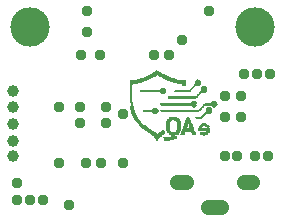
<source format=gbr>
G04 EAGLE Gerber RS-274X export*
G75*
%MOMM*%
%FSLAX34Y34*%
%LPD*%
%INSoldermask Bottom*%
%IPPOS*%
%AMOC8*
5,1,8,0,0,1.08239X$1,22.5*%
G01*
G04 Define Apertures*
%ADD10C,3.327400*%
%ADD11R,0.018700X0.018738*%
%ADD12R,0.112500X0.018763*%
%ADD13R,0.037500X0.018763*%
%ADD14R,0.412500X0.018750*%
%ADD15R,0.056300X0.018750*%
%ADD16R,0.506300X0.018738*%
%ADD17R,0.093700X0.018738*%
%ADD18R,0.581300X0.018763*%
%ADD19R,0.656300X0.018738*%
%ADD20R,0.131300X0.018738*%
%ADD21R,0.731300X0.018763*%
%ADD22R,0.168700X0.018763*%
%ADD23R,0.806300X0.018750*%
%ADD24R,0.168700X0.018750*%
%ADD25R,0.037500X0.018738*%
%ADD26R,0.918800X0.018738*%
%ADD27R,0.206300X0.018738*%
%ADD28R,1.068800X0.018763*%
%ADD29R,0.243700X0.018763*%
%ADD30R,1.068800X0.018738*%
%ADD31R,0.243700X0.018738*%
%ADD32R,0.281300X0.018763*%
%ADD33R,1.068800X0.018750*%
%ADD34R,0.300000X0.018750*%
%ADD35R,0.318700X0.018738*%
%ADD36R,0.356300X0.018763*%
%ADD37R,0.693800X0.018738*%
%ADD38R,0.393700X0.018738*%
%ADD39R,0.618800X0.018763*%
%ADD40R,0.431300X0.018763*%
%ADD41R,0.525000X0.018750*%
%ADD42R,0.468700X0.018750*%
%ADD43R,0.468800X0.018738*%
%ADD44R,0.468700X0.018738*%
%ADD45R,0.375000X0.018763*%
%ADD46R,0.506300X0.018763*%
%ADD47R,0.300000X0.018738*%
%ADD48R,0.543700X0.018738*%
%ADD49R,0.150000X0.018763*%
%ADD50R,0.600000X0.018763*%
%ADD51R,0.656300X0.018750*%
%ADD52R,0.693700X0.018738*%
%ADD53R,0.168800X0.018763*%
%ADD54R,0.150000X0.018738*%
%ADD55R,0.337500X0.018738*%
%ADD56R,0.768700X0.018738*%
%ADD57R,0.318700X0.018763*%
%ADD58R,0.300000X0.018763*%
%ADD59R,0.487500X0.018763*%
%ADD60R,0.825000X0.018763*%
%ADD61R,0.431300X0.018750*%
%ADD62R,0.562500X0.018750*%
%ADD63R,0.881300X0.018750*%
%ADD64R,0.281200X0.018738*%
%ADD65R,0.637500X0.018738*%
%ADD66R,0.450000X0.018738*%
%ADD67R,0.281200X0.018763*%
%ADD68R,0.693800X0.018763*%
%ADD69R,0.468700X0.018763*%
%ADD70R,0.768800X0.018738*%
%ADD71R,0.487500X0.018738*%
%ADD72R,0.675000X0.018763*%
%ADD73R,0.806200X0.018763*%
%ADD74R,0.731300X0.018750*%
%ADD75R,0.281300X0.018750*%
%ADD76R,0.281200X0.018750*%
%ADD77R,0.843800X0.018750*%
%ADD78R,0.506300X0.018750*%
%ADD79R,0.487500X0.018750*%
%ADD80R,0.750000X0.018738*%
%ADD81R,0.881200X0.018738*%
%ADD82R,0.731200X0.018763*%
%ADD83R,0.918800X0.018763*%
%ADD84R,0.506200X0.018763*%
%ADD85R,0.731300X0.018738*%
%ADD86R,0.956200X0.018738*%
%ADD87R,0.337500X0.018763*%
%ADD88R,0.975000X0.018763*%
%ADD89R,0.450000X0.018763*%
%ADD90R,0.525000X0.018763*%
%ADD91R,0.318800X0.018750*%
%ADD92R,0.112500X0.018750*%
%ADD93R,1.012500X0.018750*%
%ADD94R,0.393700X0.018750*%
%ADD95R,0.281300X0.018738*%
%ADD96R,0.075000X0.018738*%
%ADD97R,0.431200X0.018738*%
%ADD98R,0.375000X0.018738*%
%ADD99R,0.525000X0.018738*%
%ADD100R,0.018700X0.018763*%
%ADD101R,0.393700X0.018763*%
%ADD102R,0.393800X0.018763*%
%ADD103R,0.356200X0.018763*%
%ADD104R,0.262500X0.018738*%
%ADD105R,0.356300X0.018738*%
%ADD106R,0.543800X0.018738*%
%ADD107R,0.262500X0.018763*%
%ADD108R,0.543800X0.018763*%
%ADD109R,0.243800X0.018750*%
%ADD110R,0.356200X0.018750*%
%ADD111R,0.337500X0.018750*%
%ADD112R,0.225000X0.018750*%
%ADD113R,0.543700X0.018750*%
%ADD114R,0.206200X0.018738*%
%ADD115R,1.031200X0.018763*%
%ADD116R,0.318800X0.018763*%
%ADD117R,1.031200X0.018738*%
%ADD118R,0.318800X0.018738*%
%ADD119R,0.131200X0.018738*%
%ADD120R,0.225000X0.018763*%
%ADD121R,0.093800X0.018763*%
%ADD122R,0.993800X0.018750*%
%ADD123R,0.318700X0.018750*%
%ADD124R,0.956300X0.018738*%
%ADD125R,0.993800X0.018738*%
%ADD126R,0.018800X0.018738*%
%ADD127R,0.956300X0.018763*%
%ADD128R,0.956200X0.018763*%
%ADD129R,0.956300X0.018750*%
%ADD130R,0.937500X0.018750*%
%ADD131R,0.918800X0.018750*%
%ADD132R,0.506200X0.018750*%
%ADD133R,0.937500X0.018738*%
%ADD134R,0.900000X0.018738*%
%ADD135R,0.243700X0.018750*%
%ADD136R,0.262500X0.018750*%
%ADD137R,0.468800X0.018750*%
%ADD138R,0.225000X0.018738*%
%ADD139R,0.243800X0.018763*%
%ADD140R,0.450000X0.018750*%
%ADD141R,0.431200X0.018750*%
%ADD142R,0.675000X0.018750*%
%ADD143R,0.637500X0.018763*%
%ADD144R,0.431200X0.018763*%
%ADD145R,0.581300X0.018750*%
%ADD146R,0.412500X0.018738*%
%ADD147R,0.412500X0.018763*%
%ADD148R,0.150000X0.018750*%
%ADD149R,0.393800X0.018738*%
%ADD150R,0.393800X0.018750*%
%ADD151R,0.375000X0.018750*%
%ADD152R,0.356200X0.018738*%
%ADD153R,0.356300X0.018750*%
%ADD154R,1.012500X0.018738*%
%ADD155R,0.975000X0.018750*%
%ADD156R,0.881200X0.018750*%
%ADD157R,0.843800X0.018738*%
%ADD158R,0.806200X0.018750*%
%ADD159R,0.562500X0.018763*%
%ADD160R,0.768800X0.018763*%
%ADD161R,0.581200X0.018750*%
%ADD162R,0.712500X0.018750*%
%ADD163R,0.618800X0.018750*%
%ADD164R,0.637500X0.018750*%
%ADD165R,0.243800X0.018738*%
%ADD166R,0.581200X0.018738*%
%ADD167R,0.656200X0.018763*%
%ADD168R,0.206200X0.018763*%
%ADD169R,0.075000X0.018750*%
%ADD170R,0.187500X0.018750*%
%ADD171R,0.187500X0.018738*%
%ADD172R,0.187500X0.018763*%
%ADD173R,0.131300X0.018763*%
%ADD174R,0.468800X0.018763*%
%ADD175R,3.206200X0.018763*%
%ADD176R,1.256300X0.018763*%
%ADD177R,3.243800X0.018750*%
%ADD178R,1.275000X0.018750*%
%ADD179R,3.281200X0.018750*%
%ADD180R,3.300000X0.018750*%
%ADD181R,1.293700X0.018750*%
%ADD182R,3.318700X0.018738*%
%ADD183R,1.275000X0.018738*%
%ADD184R,3.318800X0.018750*%
%ADD185R,3.318700X0.018763*%
%ADD186R,0.206300X0.018750*%
%ADD187R,0.206200X0.018750*%
%ADD188R,0.206300X0.018763*%
%ADD189R,0.112500X0.018738*%
%ADD190R,0.056300X0.018763*%
%ADD191R,0.075000X0.018763*%
%ADD192R,1.162500X0.018750*%
%ADD193R,3.037500X0.018750*%
%ADD194R,1.143800X0.018738*%
%ADD195R,3.075000X0.018738*%
%ADD196R,1.125000X0.018750*%
%ADD197R,3.075000X0.018750*%
%ADD198R,1.106300X0.018750*%
%ADD199R,3.093700X0.018750*%
%ADD200R,1.087500X0.018763*%
%ADD201R,3.075000X0.018763*%
%ADD202R,1.050000X0.018763*%
%ADD203R,3.056200X0.018763*%
%ADD204R,3.018700X0.018738*%
%ADD205R,0.168800X0.018750*%
%ADD206R,0.168700X0.018738*%
%ADD207R,2.343800X0.018750*%
%ADD208R,2.381200X0.018763*%
%ADD209R,2.400000X0.018738*%
%ADD210R,2.418700X0.018763*%
%ADD211R,2.437500X0.018738*%
%ADD212R,2.456200X0.018750*%
%ADD213R,2.456300X0.018763*%
%ADD214R,1.293800X0.018738*%
%ADD215R,2.137500X0.018738*%
%ADD216R,1.331200X0.018750*%
%ADD217R,2.156300X0.018750*%
%ADD218R,1.350000X0.018750*%
%ADD219R,2.175000X0.018750*%
%ADD220R,1.368700X0.018763*%
%ADD221R,2.193700X0.018763*%
%ADD222R,1.387500X0.018750*%
%ADD223R,1.406200X0.018738*%
%ADD224R,2.156300X0.018738*%
%ADD225R,1.406300X0.018750*%
%ADD226R,2.137500X0.018750*%
%ADD227R,0.431300X0.018738*%
%ADD228R,0.093800X0.018750*%
%ADD229R,0.618700X0.018750*%
%ADD230R,0.618700X0.018763*%
%ADD231R,0.506200X0.018738*%
%ADD232R,0.806200X0.018738*%
%ADD233R,0.900000X0.018750*%
%ADD234R,0.787500X0.018750*%
%ADD235R,0.956200X0.018750*%
%ADD236R,0.843700X0.018750*%
%ADD237R,1.031200X0.018750*%
%ADD238R,0.918700X0.018750*%
%ADD239R,1.068700X0.018763*%
%ADD240R,1.125000X0.018738*%
%ADD241R,1.181200X0.018763*%
%ADD242R,1.237500X0.018738*%
%ADD243R,1.143700X0.018738*%
%ADD244R,1.181200X0.018750*%
%ADD245R,1.331200X0.018763*%
%ADD246R,1.237500X0.018763*%
%ADD247R,1.350000X0.018738*%
%ADD248R,1.406300X0.018763*%
%ADD249R,1.068700X0.018738*%
%ADD250R,0.056200X0.018763*%
%ADD251R,0.862500X0.018763*%
%ADD252R,0.881300X0.018763*%
%ADD253R,0.862500X0.018738*%
%ADD254R,0.806300X0.018738*%
%ADD255R,0.768800X0.018750*%
%ADD256R,0.768700X0.018750*%
%ADD257R,0.768700X0.018763*%
%ADD258R,0.731200X0.018738*%
%ADD259R,0.750000X0.018763*%
%ADD260R,0.712500X0.018738*%
%ADD261R,0.693800X0.018750*%
%ADD262R,0.675000X0.018738*%
%ADD263R,0.656300X0.018763*%
%ADD264R,0.618700X0.018738*%
%ADD265R,0.600000X0.018738*%
%ADD266R,0.618800X0.018738*%
%ADD267R,1.162500X0.018738*%
%ADD268R,1.068700X0.018750*%
%ADD269R,1.012500X0.018763*%
%ADD270R,0.543700X0.018763*%
%ADD271R,0.093700X0.018750*%
%ADD272C,1.303200*%
%ADD273C,1.003200*%
%ADD274C,0.959600*%
D10*
X25400Y165100D03*
X215900Y165100D03*
D11*
X133563Y68375D03*
D12*
X141532Y68563D03*
D13*
X133469Y68563D03*
D14*
X141532Y68750D03*
D15*
X133563Y68750D03*
D16*
X141813Y68938D03*
D17*
X133563Y68938D03*
D18*
X142188Y69125D03*
D12*
X133469Y69125D03*
D19*
X142563Y69313D03*
D20*
X133563Y69313D03*
D21*
X142938Y69500D03*
D22*
X133563Y69500D03*
D23*
X143313Y69688D03*
D24*
X133563Y69688D03*
D25*
X149782Y69875D03*
D26*
X143875Y69875D03*
D27*
X133563Y69875D03*
D28*
X144625Y70063D03*
D29*
X133563Y70063D03*
D30*
X144625Y70250D03*
D31*
X133563Y70250D03*
D28*
X144625Y70438D03*
D32*
X133563Y70438D03*
D33*
X144625Y70625D03*
D34*
X133469Y70625D03*
D30*
X144625Y70813D03*
D35*
X133563Y70813D03*
D28*
X144625Y71000D03*
D36*
X133563Y71000D03*
D37*
X146500Y71188D03*
D25*
X139469Y71188D03*
D38*
X133563Y71188D03*
D39*
X146875Y71375D03*
D40*
X133563Y71375D03*
D41*
X147344Y71563D03*
D42*
X133563Y71563D03*
D43*
X147625Y71750D03*
D44*
X133563Y71750D03*
D45*
X148094Y71938D03*
D46*
X133563Y71938D03*
D47*
X148469Y72125D03*
D48*
X133563Y72125D03*
D49*
X148844Y72313D03*
D50*
X133656Y72313D03*
D51*
X133563Y72500D03*
D52*
X133563Y72688D03*
D53*
X147250Y72875D03*
D21*
X133563Y72875D03*
D54*
X173031Y73063D03*
D55*
X147157Y73063D03*
D56*
X133563Y73063D03*
D57*
X172938Y73250D03*
D32*
X164688Y73250D03*
D58*
X154656Y73250D03*
D59*
X147157Y73250D03*
D60*
X133656Y73250D03*
D61*
X172938Y73438D03*
D34*
X164594Y73438D03*
X154844Y73438D03*
D62*
X147157Y73438D03*
D63*
X133563Y73438D03*
D16*
X172938Y73625D03*
D64*
X164500Y73625D03*
D47*
X154844Y73625D03*
D65*
X147157Y73625D03*
D43*
X136000Y73625D03*
D66*
X131219Y73625D03*
D18*
X172938Y73813D03*
D67*
X164500Y73813D03*
D57*
X154938Y73813D03*
D68*
X147250Y73813D03*
D69*
X136188Y73813D03*
X130938Y73813D03*
D65*
X172844Y74000D03*
D47*
X164406Y74000D03*
X155031Y74000D03*
D70*
X147250Y74000D03*
D71*
X136469Y74000D03*
D43*
X130750Y74000D03*
D72*
X172844Y74188D03*
D32*
X164313Y74188D03*
D58*
X155031Y74188D03*
D73*
X147250Y74188D03*
D59*
X136657Y74188D03*
X130469Y74188D03*
D74*
X172938Y74375D03*
D75*
X164313Y74375D03*
D76*
X155125Y74375D03*
D77*
X147250Y74375D03*
D78*
X136938Y74375D03*
D79*
X130282Y74375D03*
D80*
X173031Y74563D03*
D64*
X164125Y74563D03*
D47*
X155219Y74563D03*
D81*
X147250Y74563D03*
D16*
X137313Y74563D03*
D71*
X129907Y74563D03*
D82*
X173125Y74750D03*
D67*
X164125Y74750D03*
D58*
X155219Y74750D03*
D83*
X147250Y74750D03*
D84*
X137500Y74750D03*
X129625Y74750D03*
D85*
X173313Y74938D03*
D64*
X164125Y74938D03*
D47*
X155406Y74938D03*
D86*
X147250Y74938D03*
D43*
X137500Y74938D03*
D16*
X129438Y74938D03*
D87*
X175469Y75125D03*
D53*
X170875Y75125D03*
D32*
X163938Y75125D03*
D58*
X155406Y75125D03*
D88*
X147156Y75125D03*
D89*
X137594Y75125D03*
D90*
X129156Y75125D03*
D91*
X175750Y75313D03*
D92*
X170782Y75313D03*
D75*
X163938Y75313D03*
D34*
X155406Y75313D03*
D93*
X147157Y75313D03*
D94*
X137688Y75313D03*
D41*
X128969Y75313D03*
D95*
X175938Y75500D03*
D96*
X170781Y75500D03*
D95*
X163938Y75500D03*
D47*
X155594Y75500D03*
D66*
X150156Y75500D03*
D97*
X144250Y75500D03*
D98*
X137781Y75500D03*
D99*
X128594Y75500D03*
D67*
X176125Y75688D03*
D100*
X170688Y75688D03*
D67*
X163750Y75688D03*
D58*
X155594Y75688D03*
D101*
X150438Y75688D03*
D102*
X143875Y75688D03*
D103*
X137875Y75688D03*
D90*
X128406Y75688D03*
D104*
X176219Y75875D03*
D64*
X163750Y75875D03*
D47*
X155594Y75875D03*
D98*
X150719Y75875D03*
D105*
X143688Y75875D03*
D47*
X137969Y75875D03*
D106*
X128125Y75875D03*
D107*
X176407Y76063D03*
D67*
X163750Y76063D03*
D58*
X155781Y76063D03*
D36*
X150813Y76063D03*
D103*
X143500Y76063D03*
D32*
X138063Y76063D03*
D108*
X127750Y76063D03*
D109*
X176500Y76250D03*
D75*
X163563Y76250D03*
D34*
X155781Y76250D03*
D110*
X151000Y76250D03*
D111*
X143407Y76250D03*
D112*
X138156Y76250D03*
D113*
X127563Y76250D03*
D31*
X176688Y76438D03*
D95*
X163563Y76438D03*
D47*
X155969Y76438D03*
D55*
X151094Y76438D03*
X143219Y76438D03*
D114*
X138250Y76438D03*
D48*
X127188Y76438D03*
D29*
X176688Y76625D03*
D115*
X159625Y76625D03*
D87*
X151282Y76625D03*
D116*
X143125Y76625D03*
D22*
X138438Y76625D03*
D108*
X127000Y76625D03*
D31*
X176688Y76813D03*
D117*
X159625Y76813D03*
D118*
X151375Y76813D03*
D35*
X142938Y76813D03*
D119*
X138625Y76813D03*
D106*
X126625Y76813D03*
D120*
X176781Y77000D03*
D115*
X159625Y77000D03*
D87*
X151469Y77000D03*
D57*
X142938Y77000D03*
D121*
X138625Y77000D03*
D90*
X126344Y77000D03*
D112*
X176781Y77188D03*
D122*
X159625Y77188D03*
D123*
X151563Y77188D03*
D34*
X142844Y77188D03*
D15*
X138813Y77188D03*
D113*
X126063Y77188D03*
D124*
X173313Y77375D03*
D125*
X159625Y77375D03*
D35*
X151563Y77375D03*
D47*
X142844Y77375D03*
D126*
X139000Y77375D03*
D99*
X125781Y77375D03*
D127*
X173313Y77563D03*
D88*
X159719Y77563D03*
D58*
X151656Y77563D03*
D116*
X142750Y77563D03*
D90*
X125406Y77563D03*
D124*
X173313Y77750D03*
D86*
X159625Y77750D03*
D47*
X151656Y77750D03*
X142656Y77750D03*
D99*
X125219Y77750D03*
D127*
X173313Y77938D03*
D128*
X159625Y77938D03*
D116*
X151750Y77938D03*
D58*
X142656Y77938D03*
D46*
X124938Y77938D03*
D129*
X173313Y78125D03*
D130*
X159719Y78125D03*
D34*
X151844Y78125D03*
X142656Y78125D03*
D41*
X124656Y78125D03*
D129*
X173313Y78313D03*
D131*
X159625Y78313D03*
D34*
X151844Y78313D03*
D123*
X142563Y78313D03*
D132*
X124375Y78313D03*
D129*
X173313Y78500D03*
D131*
X159625Y78500D03*
D34*
X151844Y78500D03*
X142469Y78500D03*
D78*
X124188Y78500D03*
D133*
X173219Y78688D03*
D134*
X159719Y78688D03*
D35*
X151938Y78688D03*
D47*
X142469Y78688D03*
D71*
X123907Y78688D03*
D120*
X176781Y78875D03*
X169844Y78875D03*
D107*
X162719Y78875D03*
D58*
X156719Y78875D03*
D57*
X151938Y78875D03*
D58*
X142469Y78875D03*
D59*
X123532Y78875D03*
D112*
X176781Y79063D03*
X169844Y79063D03*
D76*
X162625Y79063D03*
X156625Y79063D03*
D123*
X151938Y79063D03*
D34*
X142469Y79063D03*
D79*
X123344Y79063D03*
D112*
X176781Y79250D03*
X169844Y79250D03*
D76*
X162625Y79250D03*
D75*
X156813Y79250D03*
D34*
X152031Y79250D03*
X142469Y79250D03*
D42*
X123063Y79250D03*
D135*
X176688Y79438D03*
D112*
X169844Y79438D03*
D136*
X162532Y79438D03*
D75*
X156813Y79438D03*
D34*
X152031Y79438D03*
X142469Y79438D03*
D137*
X122875Y79438D03*
D138*
X176594Y79625D03*
X170031Y79625D03*
D104*
X162532Y79625D03*
D64*
X157000Y79625D03*
D47*
X152031Y79625D03*
D64*
X142375Y79625D03*
D71*
X122594Y79625D03*
D139*
X176500Y79813D03*
X170125Y79813D03*
D107*
X162344Y79813D03*
D67*
X157000Y79813D03*
D58*
X152031Y79813D03*
D67*
X142375Y79813D03*
D69*
X122313Y79813D03*
D135*
X176313Y80000D03*
D109*
X170125Y80000D03*
D136*
X162344Y80000D03*
D76*
X157000Y80000D03*
D34*
X152031Y80000D03*
D76*
X142375Y80000D03*
D137*
X122125Y80000D03*
D135*
X176313Y80188D03*
X170313Y80188D03*
D76*
X162250Y80188D03*
D136*
X157094Y80188D03*
D34*
X152031Y80188D03*
D76*
X142375Y80188D03*
D140*
X121844Y80188D03*
D104*
X176219Y80375D03*
X170407Y80375D03*
X162157Y80375D03*
D95*
X157188Y80375D03*
D47*
X152031Y80375D03*
D64*
X142375Y80375D03*
D66*
X121656Y80375D03*
D136*
X176032Y80562D03*
X170594Y80562D03*
X162157Y80562D03*
D75*
X157188Y80562D03*
D34*
X152031Y80562D03*
D76*
X142375Y80562D03*
D140*
X121469Y80562D03*
D67*
X175750Y80750D03*
D58*
X170781Y80750D03*
D107*
X162157Y80750D03*
D67*
X157375Y80750D03*
D58*
X152031Y80750D03*
D67*
X142375Y80750D03*
D89*
X121281Y80750D03*
D110*
X175375Y80938D03*
D111*
X171157Y80938D03*
D136*
X161969Y80938D03*
D76*
X157375Y80938D03*
D34*
X152031Y80938D03*
D76*
X142375Y80938D03*
D141*
X121000Y80938D03*
D74*
X173313Y81125D03*
D136*
X161969Y81125D03*
D76*
X157375Y81125D03*
D34*
X152031Y81125D03*
D76*
X142375Y81125D03*
D61*
X120813Y81125D03*
D52*
X173313Y81313D03*
D64*
X161875Y81313D03*
D104*
X157469Y81313D03*
D47*
X152031Y81313D03*
D64*
X142375Y81313D03*
D97*
X120625Y81313D03*
D142*
X173219Y81500D03*
D136*
X161782Y81500D03*
D75*
X157563Y81500D03*
D34*
X152031Y81500D03*
D76*
X142375Y81500D03*
D61*
X120438Y81500D03*
D143*
X173219Y81688D03*
D107*
X161782Y81688D03*
X157657Y81688D03*
D58*
X152031Y81688D03*
X142469Y81688D03*
D144*
X120250Y81688D03*
D145*
X173313Y81875D03*
D135*
X161688Y81875D03*
D136*
X157657Y81875D03*
D34*
X152031Y81875D03*
X142469Y81875D03*
D14*
X119969Y81875D03*
D41*
X173219Y82063D03*
D136*
X161594Y82063D03*
D76*
X157750Y82063D03*
D34*
X152031Y82063D03*
X142469Y82063D03*
D14*
X119782Y82063D03*
D44*
X173313Y82250D03*
D104*
X161594Y82250D03*
D64*
X157750Y82250D03*
D47*
X152031Y82250D03*
X142469Y82250D03*
D146*
X119594Y82250D03*
D94*
X173313Y82437D03*
D109*
X161500Y82437D03*
D136*
X157844Y82437D03*
D123*
X151938Y82437D03*
D34*
X142469Y82437D03*
D14*
X119407Y82437D03*
D58*
X173219Y82625D03*
D107*
X161407Y82625D03*
X157844Y82625D03*
D57*
X151938Y82625D03*
D58*
X142469Y82625D03*
D147*
X119219Y82625D03*
D148*
X173219Y82813D03*
D136*
X161407Y82813D03*
X158032Y82813D03*
D34*
X151844Y82813D03*
D123*
X142563Y82813D03*
D14*
X119032Y82813D03*
D135*
X161313Y83000D03*
D136*
X158032Y83000D03*
D34*
X151844Y83000D03*
D123*
X142563Y83000D03*
D14*
X118844Y83000D03*
D31*
X161313Y83188D03*
D104*
X158032Y83188D03*
D47*
X151844Y83188D03*
X142656Y83188D03*
D149*
X118750Y83188D03*
D135*
X161313Y83375D03*
D109*
X158125Y83375D03*
D34*
X151844Y83375D03*
X142656Y83375D03*
D94*
X118563Y83375D03*
D120*
X161219Y83563D03*
D139*
X158125Y83563D03*
D116*
X151750Y83563D03*
D58*
X142656Y83563D03*
D102*
X118375Y83563D03*
D109*
X161125Y83750D03*
D136*
X158219Y83750D03*
D34*
X151656Y83750D03*
D91*
X142750Y83750D03*
D94*
X118188Y83750D03*
D112*
X161031Y83938D03*
D135*
X158313Y83938D03*
D123*
X151563Y83938D03*
D34*
X142844Y83938D03*
D150*
X118000Y83938D03*
D138*
X161031Y84125D03*
D31*
X158313Y84125D03*
D35*
X151563Y84125D03*
X142938Y84125D03*
D38*
X117813Y84125D03*
D112*
X161031Y84312D03*
D135*
X158313Y84312D03*
D123*
X151563Y84312D03*
X142938Y84312D03*
D151*
X117719Y84312D03*
D29*
X160938Y84500D03*
D120*
X158406Y84500D03*
D116*
X151375Y84500D03*
D87*
X143032Y84500D03*
D45*
X117531Y84500D03*
D137*
X159625Y84688D03*
D111*
X151282Y84688D03*
X143219Y84688D03*
D151*
X117344Y84688D03*
D140*
X159719Y84875D03*
D111*
X151094Y84875D03*
X143219Y84875D03*
D151*
X117156Y84875D03*
D97*
X159625Y85063D03*
D152*
X151000Y85063D03*
D55*
X143407Y85063D03*
D105*
X117063Y85063D03*
D141*
X159625Y85250D03*
D153*
X150813Y85250D03*
D110*
X143500Y85250D03*
D151*
X116969Y85250D03*
D144*
X159625Y85438D03*
D45*
X150719Y85438D03*
D36*
X143688Y85438D03*
D45*
X116781Y85438D03*
D150*
X159625Y85625D03*
D151*
X150531Y85625D03*
D150*
X143875Y85625D03*
D153*
X116688Y85625D03*
D150*
X159625Y85813D03*
D141*
X150250Y85813D03*
D14*
X144157Y85813D03*
D110*
X116500Y85813D03*
D98*
X159719Y86000D03*
D154*
X147157Y86000D03*
D105*
X116313Y86000D03*
D110*
X159625Y86187D03*
D155*
X147156Y86187D03*
D111*
X116219Y86187D03*
D103*
X159625Y86375D03*
D128*
X147250Y86375D03*
D103*
X116125Y86375D03*
D111*
X159719Y86563D03*
D131*
X147250Y86563D03*
D153*
X115938Y86563D03*
D91*
X159625Y86750D03*
D156*
X147250Y86750D03*
D111*
X115844Y86750D03*
D118*
X159625Y86938D03*
D157*
X147250Y86938D03*
D152*
X115750Y86938D03*
D137*
X168625Y87125D03*
D76*
X159625Y87125D03*
D158*
X147250Y87125D03*
D111*
X115657Y87125D03*
D159*
X168532Y87313D03*
D67*
X159625Y87313D03*
D160*
X147250Y87313D03*
D87*
X115469Y87313D03*
D161*
X168625Y87500D03*
D136*
X159719Y87500D03*
D162*
X147157Y87500D03*
D110*
X115375Y87500D03*
D163*
X168625Y87688D03*
D109*
X159625Y87688D03*
D164*
X147157Y87688D03*
D111*
X115282Y87688D03*
D65*
X168719Y87875D03*
D165*
X159625Y87875D03*
D166*
X147250Y87875D03*
D55*
X115094Y87875D03*
D51*
X168813Y88062D03*
D112*
X159719Y88062D03*
D79*
X147157Y88062D03*
D111*
X115094Y88062D03*
D167*
X169000Y88250D03*
D168*
X159625Y88250D03*
D45*
X147156Y88250D03*
D87*
X114907Y88250D03*
D51*
X169188Y88438D03*
D169*
X147156Y88438D03*
D123*
X114813Y88438D03*
D170*
X171719Y88625D03*
D111*
X114719Y88625D03*
D170*
X171907Y88813D03*
D91*
X114625Y88813D03*
D171*
X172094Y89000D03*
D55*
X114532Y89000D03*
D172*
X172282Y89188D03*
D57*
X114438Y89188D03*
D171*
X172469Y89375D03*
D55*
X114344Y89375D03*
D172*
X172657Y89563D03*
D116*
X114250Y89563D03*
D170*
X172844Y89750D03*
D111*
X114157Y89750D03*
D171*
X173032Y89938D03*
D35*
X114063Y89938D03*
D172*
X173219Y90125D03*
D87*
X113969Y90125D03*
D171*
X173407Y90313D03*
D118*
X113875Y90313D03*
D172*
X173594Y90500D03*
D57*
X113688Y90500D03*
D170*
X173782Y90688D03*
D123*
X113688Y90688D03*
D171*
X173969Y90875D03*
D35*
X113688Y90875D03*
D172*
X174157Y91063D03*
D173*
X131688Y91063D03*
D116*
X113500Y91063D03*
D171*
X174344Y91250D03*
D31*
X131688Y91250D03*
D118*
X113500Y91250D03*
D172*
X174532Y91438D03*
D58*
X131781Y91438D03*
D57*
X113313Y91438D03*
D170*
X177157Y91625D03*
X174719Y91625D03*
D153*
X131688Y91625D03*
D123*
X113313Y91625D03*
D66*
X176219Y91813D03*
D38*
X131688Y91813D03*
D47*
X113219Y91813D03*
D174*
X176500Y92000D03*
D147*
X131782Y92000D03*
D116*
X113125Y92000D03*
D44*
X176688Y92188D03*
D66*
X131781Y92188D03*
D118*
X113125Y92188D03*
D174*
X176875Y92375D03*
D69*
X131688Y92375D03*
D58*
X113031Y92375D03*
D140*
X176969Y92563D03*
D42*
X131688Y92563D03*
D123*
X112938Y92563D03*
D66*
X177156Y92750D03*
D16*
X131688Y92750D03*
D47*
X112844Y92750D03*
D69*
X177063Y92938D03*
D175*
X152875Y92938D03*
D176*
X127938Y92938D03*
D58*
X112844Y92938D03*
D79*
X177157Y93125D03*
D177*
X152875Y93125D03*
D178*
X127844Y93125D03*
D91*
X112750Y93125D03*
D79*
X177157Y93313D03*
D179*
X152875Y93313D03*
D178*
X127844Y93313D03*
D34*
X112656Y93313D03*
D79*
X177157Y93500D03*
D180*
X152969Y93500D03*
D181*
X127938Y93500D03*
D34*
X112656Y93500D03*
D99*
X177156Y93688D03*
D182*
X153063Y93688D03*
D183*
X127844Y93688D03*
D35*
X112563Y93688D03*
D41*
X177156Y93875D03*
D184*
X153250Y93875D03*
D178*
X127844Y93875D03*
D34*
X112469Y93875D03*
D90*
X177156Y94063D03*
D185*
X153438Y94063D03*
D176*
X127938Y94063D03*
D58*
X112469Y94063D03*
D41*
X177156Y94250D03*
D186*
X169188Y94250D03*
D78*
X131688Y94250D03*
D34*
X112469Y94250D03*
D78*
X177063Y94438D03*
D187*
X169375Y94438D03*
D42*
X131688Y94438D03*
D34*
X112281Y94438D03*
D71*
X177157Y94625D03*
D27*
X169563Y94625D03*
D44*
X131688Y94625D03*
D47*
X112281Y94625D03*
D79*
X177157Y94812D03*
D187*
X169750Y94812D03*
D140*
X131781Y94812D03*
D34*
X112281Y94812D03*
D69*
X177063Y95000D03*
D188*
X169938Y95000D03*
D147*
X131782Y95000D03*
D57*
X112188Y95000D03*
D140*
X177156Y95188D03*
D187*
X170125Y95188D03*
D94*
X131688Y95188D03*
D34*
X112094Y95188D03*
D140*
X177156Y95375D03*
D186*
X170313Y95375D03*
D153*
X131688Y95375D03*
D34*
X112094Y95375D03*
D146*
X177157Y95563D03*
D114*
X170500Y95563D03*
D35*
X131688Y95563D03*
D47*
X112094Y95563D03*
D45*
X177156Y95750D03*
D188*
X170688Y95750D03*
D29*
X131688Y95750D03*
D67*
X112000Y95750D03*
D111*
X177157Y95938D03*
D187*
X170875Y95938D03*
D148*
X131781Y95938D03*
D76*
X112000Y95938D03*
D47*
X177156Y96125D03*
D27*
X171063Y96125D03*
D64*
X112000Y96125D03*
D120*
X177156Y96313D03*
D168*
X171250Y96313D03*
D67*
X112000Y96313D03*
D189*
X177157Y96500D03*
D27*
X171438Y96500D03*
D64*
X112000Y96500D03*
D190*
X181563Y96688D03*
D168*
X171625Y96688D03*
D191*
X164219Y96688D03*
D107*
X111907Y96688D03*
D186*
X181563Y96875D03*
X171813Y96875D03*
D112*
X164219Y96875D03*
D136*
X111907Y96875D03*
D75*
X181563Y97063D03*
D187*
X172000Y97063D03*
D76*
X164125Y97063D03*
D136*
X111907Y97063D03*
D105*
X181563Y97250D03*
D27*
X172188Y97250D03*
D55*
X164219Y97250D03*
D31*
X111813Y97250D03*
D94*
X181563Y97437D03*
D187*
X172375Y97437D03*
D151*
X164219Y97437D03*
D135*
X111813Y97437D03*
D101*
X181563Y97625D03*
D188*
X172563Y97625D03*
D147*
X164219Y97625D03*
D29*
X111813Y97625D03*
D61*
X181563Y97813D03*
D187*
X172750Y97813D03*
D141*
X164125Y97813D03*
D135*
X111813Y97813D03*
D44*
X181563Y98000D03*
D27*
X172938Y98000D03*
D66*
X164219Y98000D03*
D31*
X111813Y98000D03*
D42*
X181563Y98187D03*
D187*
X173125Y98187D03*
D137*
X164125Y98187D03*
D112*
X111719Y98187D03*
D69*
X181563Y98375D03*
D188*
X173313Y98375D03*
D59*
X164219Y98375D03*
D120*
X111719Y98375D03*
D192*
X178282Y98563D03*
D193*
X151469Y98563D03*
D112*
X111719Y98563D03*
D194*
X178375Y98750D03*
D195*
X151281Y98750D03*
D138*
X111719Y98750D03*
D196*
X178469Y98937D03*
D197*
X151281Y98937D03*
D112*
X111719Y98937D03*
D198*
X178563Y99125D03*
D199*
X151188Y99125D03*
D187*
X111625Y99125D03*
D200*
X178657Y99313D03*
D201*
X151281Y99313D03*
D168*
X111625Y99313D03*
D30*
X178750Y99500D03*
D195*
X151281Y99500D03*
D114*
X111625Y99500D03*
D202*
X178844Y99688D03*
D203*
X151375Y99688D03*
D168*
X111625Y99688D03*
D125*
X179125Y99875D03*
D204*
X151563Y99875D03*
D114*
X111625Y99875D03*
D42*
X181563Y100062D03*
D79*
X164219Y100062D03*
D187*
X111625Y100062D03*
D69*
X181563Y100250D03*
D174*
X164125Y100250D03*
D168*
X111625Y100250D03*
D44*
X181563Y100438D03*
D66*
X164219Y100438D03*
D114*
X111625Y100438D03*
D61*
X181563Y100625D03*
D141*
X164125Y100625D03*
D170*
X111532Y100625D03*
D94*
X181563Y100812D03*
D150*
X164125Y100812D03*
D170*
X111532Y100812D03*
D36*
X181563Y101000D03*
D45*
X164219Y101000D03*
D172*
X111532Y101000D03*
D123*
X181563Y101188D03*
D91*
X164125Y101188D03*
D170*
X111532Y101188D03*
D95*
X181563Y101375D03*
D104*
X164219Y101375D03*
D171*
X111532Y101375D03*
D24*
X181563Y101562D03*
D205*
X164125Y101562D03*
D170*
X111532Y101562D03*
X111532Y101750D03*
D172*
X111532Y101938D03*
D24*
X111438Y102125D03*
D206*
X111438Y102313D03*
D24*
X111438Y102500D03*
X111438Y102687D03*
X111438Y102875D03*
D22*
X111438Y103063D03*
D206*
X111438Y103250D03*
D24*
X111438Y103437D03*
D22*
X111438Y103625D03*
D206*
X111438Y103813D03*
D22*
X111438Y104000D03*
D206*
X111438Y104188D03*
D207*
X154750Y104375D03*
D24*
X111438Y104375D03*
D208*
X154750Y104563D03*
D22*
X111438Y104563D03*
D209*
X154844Y104750D03*
D206*
X111438Y104750D03*
D210*
X154938Y104938D03*
D22*
X111438Y104938D03*
D211*
X155032Y105125D03*
D206*
X111438Y105125D03*
D212*
X155125Y105312D03*
D24*
X111438Y105312D03*
D213*
X155313Y105500D03*
D49*
X111344Y105500D03*
D171*
X166844Y105688D03*
D54*
X111344Y105688D03*
D172*
X167032Y105875D03*
D49*
X111344Y105875D03*
D171*
X167219Y106063D03*
D54*
X111344Y106063D03*
D170*
X167407Y106250D03*
D148*
X111344Y106250D03*
D172*
X167594Y106438D03*
D49*
X111344Y106438D03*
D171*
X167782Y106625D03*
D54*
X111344Y106625D03*
D172*
X167969Y106813D03*
D49*
X111344Y106813D03*
D171*
X168157Y107000D03*
D54*
X111344Y107000D03*
D170*
X168344Y107187D03*
D148*
X111344Y107187D03*
D170*
X168532Y107375D03*
D148*
X111344Y107375D03*
D170*
X168719Y107562D03*
D148*
X111344Y107562D03*
D172*
X168907Y107750D03*
D49*
X111344Y107750D03*
D170*
X169094Y107938D03*
D148*
X111344Y107938D03*
D171*
X169282Y108125D03*
D54*
X138156Y108125D03*
X111344Y108125D03*
D170*
X169469Y108312D03*
D112*
X138156Y108312D03*
D148*
X111344Y108312D03*
D170*
X169657Y108500D03*
D34*
X138156Y108500D03*
D148*
X111344Y108500D03*
D172*
X169844Y108688D03*
D87*
X138157Y108688D03*
D49*
X111344Y108688D03*
D170*
X170032Y108875D03*
D94*
X138063Y108875D03*
D148*
X111344Y108875D03*
D171*
X170219Y109063D03*
D146*
X138157Y109063D03*
D54*
X111344Y109063D03*
D170*
X170407Y109250D03*
D61*
X138063Y109250D03*
D148*
X111344Y109250D03*
X173031Y109437D03*
D170*
X170594Y109437D03*
D42*
X138063Y109437D03*
D148*
X111344Y109437D03*
D89*
X172094Y109625D03*
D69*
X138063Y109625D03*
D49*
X111344Y109625D03*
D140*
X172281Y109813D03*
D79*
X138157Y109813D03*
D148*
X111344Y109813D03*
D66*
X172469Y110000D03*
D214*
X154750Y110000D03*
D215*
X129907Y110000D03*
D54*
X111344Y110000D03*
D140*
X172656Y110187D03*
D216*
X154750Y110187D03*
D217*
X129813Y110187D03*
D24*
X111438Y110187D03*
D140*
X172844Y110375D03*
D218*
X154844Y110375D03*
D219*
X129719Y110375D03*
D24*
X111438Y110375D03*
D89*
X173031Y110563D03*
D220*
X154938Y110563D03*
D221*
X129813Y110563D03*
D22*
X111438Y110563D03*
D140*
X173031Y110750D03*
D222*
X155032Y110750D03*
D219*
X129719Y110750D03*
D24*
X111438Y110750D03*
D71*
X173032Y110938D03*
D223*
X155125Y110938D03*
D224*
X129813Y110938D03*
D206*
X111438Y110938D03*
D79*
X173032Y111125D03*
D225*
X155313Y111125D03*
D226*
X129907Y111125D03*
D24*
X111438Y111125D03*
D79*
X173032Y111312D03*
D187*
X161500Y111312D03*
D79*
X138157Y111312D03*
D24*
X111438Y111312D03*
D90*
X173031Y111500D03*
D188*
X161688Y111500D03*
D69*
X138063Y111500D03*
D22*
X111438Y111500D03*
D41*
X173031Y111688D03*
D187*
X161875Y111688D03*
D42*
X138063Y111688D03*
D24*
X111438Y111688D03*
D99*
X173031Y111875D03*
D27*
X162063Y111875D03*
D227*
X138063Y111875D03*
D206*
X111438Y111875D03*
D41*
X173031Y112062D03*
D187*
X162250Y112062D03*
D14*
X138157Y112062D03*
D24*
X111438Y112062D03*
D41*
X173031Y112250D03*
D186*
X162438Y112250D03*
D94*
X138063Y112250D03*
D24*
X111438Y112250D03*
D59*
X173032Y112438D03*
D168*
X162625Y112438D03*
D87*
X138157Y112438D03*
D22*
X111438Y112438D03*
D79*
X173032Y112625D03*
D186*
X162813Y112625D03*
D34*
X138156Y112625D03*
D24*
X111438Y112625D03*
D71*
X173032Y112813D03*
D114*
X163000Y112813D03*
D31*
X138063Y112813D03*
D206*
X111438Y112813D03*
D140*
X173031Y113000D03*
D186*
X163188Y113000D03*
D24*
X138063Y113000D03*
X111438Y113000D03*
D140*
X173031Y113187D03*
D187*
X163375Y113187D03*
D24*
X111438Y113187D03*
D147*
X173032Y113375D03*
D188*
X163563Y113375D03*
D22*
X111438Y113375D03*
D151*
X173031Y113563D03*
D187*
X163750Y113563D03*
D24*
X111438Y113563D03*
D55*
X173032Y113750D03*
D27*
X163938Y113750D03*
D206*
X111438Y113750D03*
D34*
X173031Y113937D03*
D187*
X164125Y113937D03*
D24*
X111438Y113937D03*
D112*
X173031Y114125D03*
D186*
X164313Y114125D03*
D24*
X111438Y114125D03*
D12*
X173032Y114313D03*
D168*
X164500Y114313D03*
D172*
X111532Y114313D03*
D186*
X164688Y114500D03*
D170*
X111532Y114500D03*
D114*
X164875Y114688D03*
D171*
X111532Y114688D03*
D186*
X165063Y114875D03*
D228*
X155125Y114875D03*
D170*
X111532Y114875D03*
D205*
X167500Y115062D03*
D187*
X165250Y115062D03*
D205*
X155500Y115062D03*
D170*
X111532Y115062D03*
D89*
X166656Y115250D03*
D32*
X156063Y115250D03*
D172*
X111532Y115250D03*
D140*
X166844Y115438D03*
D75*
X156063Y115438D03*
D170*
X111532Y115438D03*
D66*
X167031Y115625D03*
D95*
X156063Y115625D03*
D171*
X111532Y115625D03*
D140*
X167219Y115812D03*
D34*
X155969Y115812D03*
D170*
X111532Y115812D03*
D140*
X167406Y116000D03*
D34*
X155969Y116000D03*
D170*
X111532Y116000D03*
D89*
X167594Y116188D03*
D58*
X155969Y116188D03*
D172*
X111532Y116188D03*
D43*
X167500Y116375D03*
D47*
X155969Y116375D03*
D114*
X111625Y116375D03*
D79*
X167594Y116562D03*
D34*
X155969Y116562D03*
D187*
X111625Y116562D03*
D132*
X167500Y116750D03*
D41*
X154656Y116750D03*
D110*
X112375Y116750D03*
D132*
X167500Y116937D03*
D229*
X154188Y116937D03*
D79*
X113032Y116937D03*
D84*
X167500Y117125D03*
D82*
X153625Y117125D03*
D230*
X113688Y117125D03*
D231*
X167500Y117313D03*
D232*
X153250Y117313D03*
D52*
X114063Y117313D03*
D132*
X167500Y117500D03*
D233*
X152781Y117500D03*
D234*
X114532Y117500D03*
D132*
X167500Y117687D03*
D235*
X152500Y117687D03*
D236*
X114813Y117687D03*
D132*
X167500Y117875D03*
D237*
X152125Y117875D03*
D238*
X115188Y117875D03*
D84*
X167500Y118063D03*
D239*
X151938Y118063D03*
D128*
X115375Y118063D03*
D71*
X167594Y118250D03*
D240*
X151656Y118250D03*
D117*
X115750Y118250D03*
D174*
X167500Y118438D03*
D241*
X151375Y118438D03*
D239*
X115938Y118438D03*
D43*
X167500Y118625D03*
D242*
X151094Y118625D03*
D243*
X116313Y118625D03*
D141*
X167500Y118812D03*
D178*
X150906Y118812D03*
D244*
X116500Y118812D03*
D147*
X167594Y119000D03*
D245*
X150625Y119000D03*
D246*
X116782Y119000D03*
D98*
X167594Y119188D03*
D247*
X150344Y119188D03*
D183*
X116969Y119188D03*
D87*
X167594Y119375D03*
D248*
X150063Y119375D03*
D245*
X117250Y119375D03*
D64*
X167500Y119563D03*
D171*
X156157Y119563D03*
D125*
X147625Y119563D03*
D249*
X118938Y119563D03*
D114*
X111625Y119563D03*
D112*
X167594Y119750D03*
D228*
X156625Y119750D03*
D130*
X146782Y119750D03*
D155*
X119969Y119750D03*
D169*
X110969Y119750D03*
D250*
X167500Y119938D03*
D251*
X146032Y119938D03*
D252*
X120813Y119938D03*
D253*
X145469Y120125D03*
X121469Y120125D03*
D73*
X145000Y120313D03*
D60*
X122031Y120313D03*
D254*
X144438Y120500D03*
D232*
X122500Y120500D03*
D255*
X143875Y120687D03*
D256*
X123063Y120687D03*
D160*
X143500Y120875D03*
D257*
X123438Y120875D03*
D85*
X142938Y121063D03*
D258*
X124000Y121063D03*
D21*
X142563Y121250D03*
D259*
X124469Y121250D03*
D260*
X142094Y121438D03*
X125032Y121438D03*
D261*
X141625Y121625D03*
D162*
X125407Y121625D03*
D68*
X141250Y121813D03*
X125875Y121813D03*
D262*
X140781Y122000D03*
D37*
X126250Y122000D03*
D72*
X140406Y122188D03*
D167*
X126625Y122188D03*
D262*
X140031Y122375D03*
X127094Y122375D03*
D51*
X139563Y122562D03*
D164*
X127469Y122562D03*
D263*
X139188Y122750D03*
D143*
X127844Y122750D03*
D65*
X138907Y122938D03*
X128219Y122938D03*
D143*
X138532Y123125D03*
X128594Y123125D03*
D264*
X138063Y123313D03*
D65*
X128969Y123313D03*
D164*
X137782Y123500D03*
D163*
X129250Y123500D03*
D50*
X137406Y123688D03*
D39*
X129625Y123688D03*
D265*
X137031Y123875D03*
D266*
X130000Y123875D03*
D50*
X136656Y124063D03*
X130469Y124063D03*
D267*
X133469Y124250D03*
D268*
X133563Y124437D03*
D269*
X133469Y124625D03*
D133*
X133469Y124813D03*
D252*
X133563Y125000D03*
D254*
X133563Y125188D03*
D74*
X133563Y125375D03*
D263*
X133563Y125563D03*
D264*
X133563Y125750D03*
D270*
X133563Y125938D03*
D44*
X133563Y126125D03*
D94*
X133563Y126312D03*
D36*
X133563Y126500D03*
D95*
X133563Y126688D03*
D188*
X133563Y126875D03*
D206*
X133563Y127063D03*
D271*
X133563Y127250D03*
D100*
X133563Y127438D03*
D272*
X206480Y34160D02*
X213480Y34160D01*
X187480Y12660D02*
X176480Y12660D01*
X157480Y34160D02*
X150480Y34160D01*
D273*
X11000Y56000D03*
X11000Y69000D03*
X11000Y83000D03*
X11000Y97000D03*
X11000Y111000D03*
D274*
X216000Y56000D03*
X227000Y56000D03*
X207000Y125000D03*
X218000Y125000D03*
X229000Y125000D03*
X15000Y19000D03*
X26000Y19000D03*
X37000Y19000D03*
X191000Y56000D03*
X90000Y84000D03*
X201000Y56000D03*
X104000Y91068D03*
X50000Y50000D03*
X74000Y161000D03*
X131000Y141000D03*
X104000Y50000D03*
X73000Y50000D03*
X143000Y141000D03*
X154000Y154000D03*
X86000Y50000D03*
X191000Y107000D03*
X204000Y107000D03*
X191000Y89000D03*
X204000Y89000D03*
X15000Y33000D03*
X59000Y14000D03*
X69000Y141000D03*
X85000Y141000D03*
X74000Y179000D03*
X177000Y179000D03*
X68000Y97000D03*
X68000Y84000D03*
X50000Y97000D03*
X90000Y97000D03*
M02*

</source>
